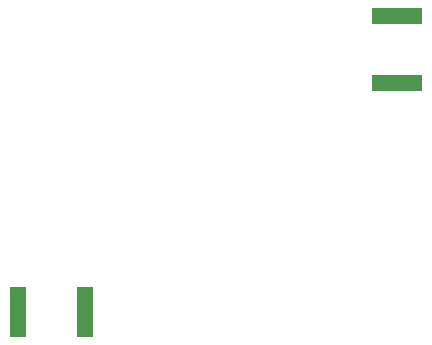
<source format=gbr>
%TF.GenerationSoftware,KiCad,Pcbnew,8.99.0-unknown-8ec1016ccf~178~ubuntu22.04.1*%
%TF.CreationDate,2024-05-09T20:44:09+05:30*%
%TF.ProjectId,HF-PA-v10,48462d50-412d-4763-9130-2e6b69636164,rev?*%
%TF.SameCoordinates,Original*%
%TF.FileFunction,Paste,Bot*%
%TF.FilePolarity,Positive*%
%FSLAX46Y46*%
G04 Gerber Fmt 4.6, Leading zero omitted, Abs format (unit mm)*
G04 Created by KiCad (PCBNEW 8.99.0-unknown-8ec1016ccf~178~ubuntu22.04.1) date 2024-05-09 20:44:09*
%MOMM*%
%LPD*%
G01*
G04 APERTURE LIST*
%ADD10R,4.200000X1.350000*%
%ADD11R,1.350000X4.200000*%
G04 APERTURE END LIST*
D10*
%TO.C,RF_OUT1*%
X204807500Y-87545000D03*
X204807500Y-81895000D03*
%TD*%
D11*
%TO.C,RF_IN1*%
X172745000Y-106940000D03*
X178395000Y-106940000D03*
%TD*%
M02*

</source>
